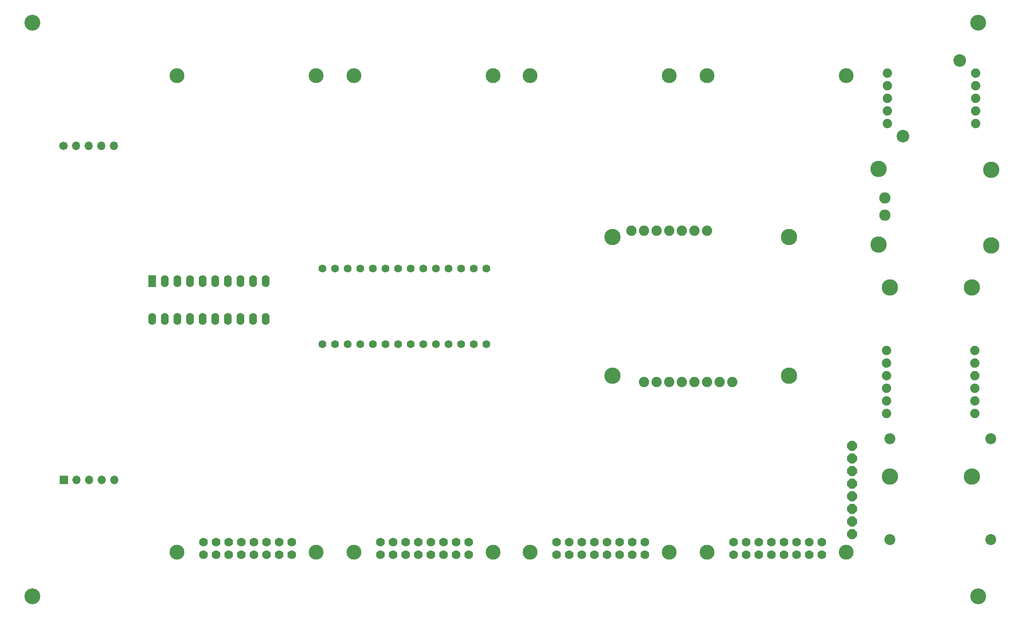
<source format=gbr>
%TF.GenerationSoftware,KiCad,Pcbnew,8.0.9-8.0.9-0~ubuntu24.04.1*%
%TF.CreationDate,2025-07-29T22:20:07-05:00*%
%TF.ProjectId,race_computer_proto,72616365-5f63-46f6-9d70-757465725f70,1.0*%
%TF.SameCoordinates,Original*%
%TF.FileFunction,Soldermask,Top*%
%TF.FilePolarity,Negative*%
%FSLAX46Y46*%
G04 Gerber Fmt 4.6, Leading zero omitted, Abs format (unit mm)*
G04 Created by KiCad (PCBNEW 8.0.9-8.0.9-0~ubuntu24.04.1) date 2025-07-29 22:20:07*
%MOMM*%
%LPD*%
G01*
G04 APERTURE LIST*
G04 Aperture macros list*
%AMFreePoly0*
4,1,25,0.427955,0.971196,0.440078,0.960842,0.960842,0.440078,0.989349,0.384130,0.990600,0.368236,0.990600,-0.368236,0.971196,-0.427955,0.960842,-0.440078,0.440078,-0.960842,0.384130,-0.989349,0.368236,-0.990600,-0.368236,-0.990600,-0.427955,-0.971196,-0.440078,-0.960842,-0.960842,-0.440078,-0.989349,-0.384130,-0.990600,-0.368236,-0.990600,0.368236,-0.971196,0.427955,-0.960842,0.440078,
-0.440078,0.960842,-0.384130,0.989349,-0.368236,0.990600,0.368236,0.990600,0.427955,0.971196,0.427955,0.971196,$1*%
G04 Aperture macros list end*
%ADD10C,2.200000*%
%ADD11FreePoly0,0.000000*%
%ADD12C,2.540000*%
%ADD13C,1.879600*%
%ADD14C,3.301600*%
%ADD15C,2.286000*%
%ADD16C,3.200000*%
%ADD17C,2.082800*%
%ADD18C,3.302000*%
%ADD19C,1.778000*%
%ADD20C,3.000000*%
%ADD21R,1.700000X1.700000*%
%ADD22O,1.700000X1.700000*%
%ADD23C,1.700000*%
%ADD24O,1.600000X2.400000*%
%ADD25R,1.600000X2.400000*%
%ADD26C,1.600000*%
G04 APERTURE END LIST*
D10*
%TO.C,U5*%
X247650000Y-119380000D03*
X247650000Y-139700000D03*
X227330000Y-119380000D03*
X227330000Y-139700000D03*
D11*
X219710000Y-138557000D03*
X219710000Y-136017000D03*
X219710000Y-133477000D03*
X219710000Y-130937000D03*
X219710000Y-128397000D03*
X219710000Y-125857000D03*
X219710000Y-123317000D03*
X219710000Y-120777000D03*
%TD*%
D12*
%TO.C,U6*%
X229997000Y-58420000D03*
X241427000Y-43180000D03*
D13*
X244602000Y-55880000D03*
X244602000Y-53340000D03*
X244602000Y-50800000D03*
X244602000Y-48260000D03*
X244602000Y-45720000D03*
X226822000Y-45720000D03*
X226822000Y-48260000D03*
X226822000Y-50800000D03*
X226822000Y-53340000D03*
X226822000Y-55880000D03*
%TD*%
D14*
%TO.C,U4*%
X247777000Y-80413000D03*
X225044000Y-80286000D03*
X247777000Y-65173000D03*
X225044000Y-65046000D03*
D15*
X226314000Y-70866000D03*
X226314000Y-74366000D03*
%TD*%
D16*
%TO.C,REF\u002A\u002A*%
X54610000Y-35560000D03*
%TD*%
%TO.C,REF\u002A\u002A*%
X54610000Y-151130000D03*
%TD*%
%TO.C,REF\u002A\u002A*%
X245110000Y-151130000D03*
%TD*%
%TO.C,REF\u002A\u002A*%
X245110000Y-35560000D03*
%TD*%
D17*
%TO.C,U2*%
X190500000Y-77495400D03*
X187960000Y-77495400D03*
X185420000Y-77495400D03*
X182880000Y-77495400D03*
X180340000Y-77495400D03*
X177800000Y-77495400D03*
X175260000Y-77495400D03*
X177800000Y-107950000D03*
X180340000Y-107950000D03*
X182880000Y-107950000D03*
X185420000Y-107950000D03*
X187960000Y-107950000D03*
X190500000Y-107950000D03*
X193040000Y-107950000D03*
X195580000Y-107950000D03*
D18*
X171450000Y-106680000D03*
X171450000Y-78765400D03*
X207010000Y-106680000D03*
X207010000Y-78765400D03*
%TD*%
D19*
%TO.C,OD3*%
X160200000Y-142728000D03*
X160200000Y-140188000D03*
X162740000Y-142728000D03*
X162740000Y-140188000D03*
X165280000Y-142728000D03*
X165280000Y-140188000D03*
X167820000Y-142728000D03*
X167820000Y-140188000D03*
X170360000Y-142728000D03*
X170360000Y-140188000D03*
X172900000Y-142728000D03*
X172900000Y-140188000D03*
X175440000Y-142728000D03*
X175450000Y-140188000D03*
X177980000Y-142728000D03*
X177980000Y-140188000D03*
D20*
X182880000Y-46228000D03*
X154880000Y-46228000D03*
X182880000Y-142228000D03*
X154880000Y-142228000D03*
%TD*%
D19*
%TO.C,OD1*%
X89080000Y-142728000D03*
X89080000Y-140188000D03*
X91620000Y-142728000D03*
X91620000Y-140188000D03*
X94160000Y-142728000D03*
X94160000Y-140188000D03*
X96700000Y-142728000D03*
X96700000Y-140188000D03*
X99240000Y-142728000D03*
X99240000Y-140188000D03*
X101780000Y-142728000D03*
X101780000Y-140188000D03*
X104320000Y-142728000D03*
X104330000Y-140188000D03*
X106860000Y-142728000D03*
X106860000Y-140188000D03*
D20*
X111760000Y-46228000D03*
X83760000Y-46228000D03*
X111760000Y-142228000D03*
X83760000Y-142228000D03*
%TD*%
D19*
%TO.C,OD4*%
X195820000Y-142728000D03*
X195820000Y-140188000D03*
X198360000Y-142728000D03*
X198360000Y-140188000D03*
X200900000Y-142728000D03*
X200900000Y-140188000D03*
X203440000Y-142728000D03*
X203440000Y-140188000D03*
X205980000Y-142728000D03*
X205980000Y-140188000D03*
X208520000Y-142728000D03*
X208520000Y-140188000D03*
X211060000Y-142728000D03*
X211070000Y-140188000D03*
X213600000Y-142728000D03*
X213600000Y-140188000D03*
D20*
X218500000Y-46228000D03*
X190500000Y-46228000D03*
X218500000Y-142228000D03*
X190500000Y-142228000D03*
%TD*%
D21*
%TO.C,LED1*%
X60960000Y-127635000D03*
D22*
X63500000Y-127635000D03*
X66040000Y-127635000D03*
X68580000Y-127635000D03*
X71120000Y-127635000D03*
X71060000Y-60385000D03*
X68520000Y-60385000D03*
X65980000Y-60385000D03*
X63440000Y-60385000D03*
D23*
X60900000Y-60385000D03*
%TD*%
D19*
%TO.C,OD2*%
X124700000Y-142728000D03*
X124700000Y-140188000D03*
X127240000Y-142728000D03*
X127240000Y-140188000D03*
X129780000Y-142728000D03*
X129780000Y-140188000D03*
X132320000Y-142728000D03*
X132320000Y-140188000D03*
X134860000Y-142728000D03*
X134860000Y-140188000D03*
X137400000Y-142728000D03*
X137400000Y-140188000D03*
X139940000Y-142728000D03*
X139950000Y-140188000D03*
X142480000Y-142728000D03*
X142480000Y-140188000D03*
D20*
X147380000Y-46228000D03*
X119380000Y-46228000D03*
X147380000Y-142228000D03*
X119380000Y-142228000D03*
%TD*%
D24*
%TO.C,U3*%
X78745000Y-95260000D03*
X81285000Y-95260000D03*
X83825000Y-95260000D03*
X86365000Y-95260000D03*
X88905000Y-95260000D03*
X91445000Y-95260000D03*
X93985000Y-95260000D03*
X96525000Y-95260000D03*
X99065000Y-95260000D03*
X101605000Y-95260000D03*
X101605000Y-87640000D03*
X99065000Y-87640000D03*
X96525000Y-87640000D03*
X93985000Y-87640000D03*
X91445000Y-87640000D03*
X88905000Y-87640000D03*
X86365000Y-87640000D03*
X83825000Y-87640000D03*
X81285000Y-87640000D03*
D25*
X78745000Y-87640000D03*
%TD*%
D26*
%TO.C,U1*%
X146050000Y-85090000D03*
X143510000Y-85090000D03*
X140970000Y-85090000D03*
X138430000Y-85090000D03*
X135890000Y-85090000D03*
X133350000Y-85090000D03*
X130810000Y-85090000D03*
X128270000Y-85090000D03*
X125730000Y-85090000D03*
X123190000Y-85090000D03*
X120650000Y-85090000D03*
X118110000Y-85090000D03*
X115570000Y-85090000D03*
X113030000Y-85090000D03*
X113030000Y-100330000D03*
X115570000Y-100330000D03*
X118110000Y-100330000D03*
X120650000Y-100330000D03*
X123190000Y-100330000D03*
X125730000Y-100330000D03*
X128270000Y-100330000D03*
X130810000Y-100330000D03*
X133350000Y-100330000D03*
X135890000Y-100330000D03*
X138430000Y-100330000D03*
X140970000Y-100330000D03*
X143510000Y-100330000D03*
X146050000Y-100330000D03*
%TD*%
D13*
%TO.C,U7*%
X244475000Y-114300000D03*
X226695000Y-114300000D03*
X244475000Y-111760000D03*
X226695000Y-111760000D03*
X244475000Y-109220000D03*
X226695000Y-109220000D03*
X244475000Y-106680000D03*
X226695000Y-106680000D03*
X244475000Y-104140000D03*
X226695000Y-104140000D03*
X244475000Y-101600000D03*
X226695000Y-101600000D03*
D14*
X243840000Y-88900000D03*
X243840000Y-88900000D03*
X227330000Y-88900000D03*
X227330000Y-88900000D03*
X227330000Y-88900000D03*
X243840000Y-127000000D03*
X243840000Y-127000000D03*
X227330000Y-127000000D03*
X227330000Y-127000000D03*
%TD*%
M02*

</source>
